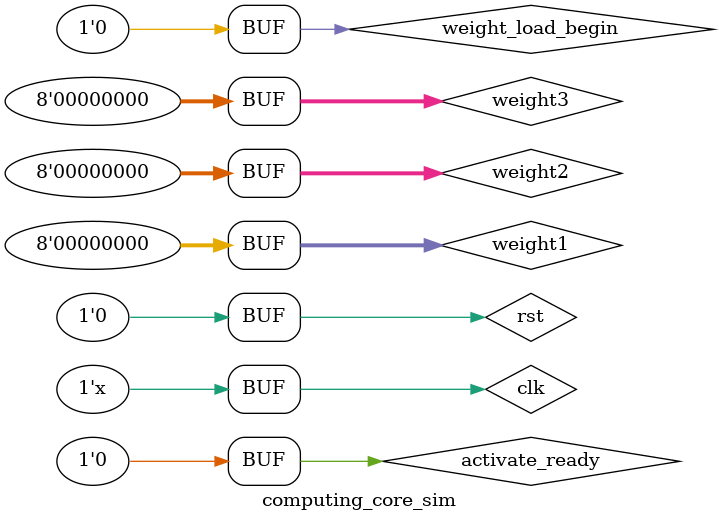
<source format=v>
`timescale 1ns / 1ps


module computing_core_sim(

    );
    parameter WIDTH = 8;
    
    reg                 clk,rst,weight_load, activate_ready;
    
    reg [WIDTH-1:0]     weight0,weight1,weight2,weight3;
    
    reg [3*WIDTH-1:0]   activate0;
    reg [3*WIDTH-1:0]   activate1;
    reg [3*WIDTH-1:0]   activate2;
    
    reg                 weight_load_begin;

    wire [WIDTH-1:0]     out_psum0;
    wire [WIDTH-1:0]     out_psum1;
    wire [WIDTH-1:0]     out_psum2;
    wire [WIDTH-1:0]     out_psum3;
    wire                 weight_load_done;
    wire                 out_psum_vld;
    
    reg [WIDTH-1:0] wi,ai;
    
    computing_core #(.WIDTH(WIDTH))uut(clk,rst,
                    activate_ready, weight_load,
                    activate0,activate1,activate2,
                    weight0,weight1,weight2,weight3,
                    weight_load_done,
                    out_psum0,out_psum1,out_psum2,out_psum3,
                    out_psum_vld);
                    
    always #10 clk=~clk;
    
    always@(posedge clk) begin
        if(activate_ready) begin
            ai <= ai+1;
            activate0 <= {ai+8'd0, ai+8'd1, ai+8'd2};
            activate1 <= {ai+8'd8, ai+8'd9, ai+8'd10};
            activate2 <= {ai+8'd16, ai+8'd17, ai+8'd18};
        end
        else begin
            ai <= 0;
        end
    end
    
    always@(posedge clk) begin
        if(rst) begin
            weight_load <= 0;
        end
        else begin
            if(weight_load_begin) begin
                weight_load <= 1;
            end
            else if(weight_load_done)begin
                weight_load <= 0;
            end
        end
    end
    
    always@(posedge clk) begin
        if(rst) begin
            weight0 <= 0;
        end
        else begin
            if(weight_load) begin
                weight0 <= weight0+1;
            end
            else begin
                weight0 <= 0;
            end
        end
    end
    
    
    initial begin
        clk <= 0;
        rst <= 1;
        weight_load_begin<=0;
        activate_ready <= 0;
        activate0 <=0;
        activate1 <=0;
        activate2 <= 0;
        weight0 <= 0;
        weight1 <= 0;
        weight2 <= 0;
        weight3 <= 0;
        #90;
        rst <= 0;
    end
    
    initial begin
        #90;
        weight_load_begin <= 1;
        #20;
        weight_load_begin <= 0;
    end
    
    initial begin
        #290;
        activate_ready <= 1;
        #200;
        activate_ready <= 0;
    end
endmodule

</source>
